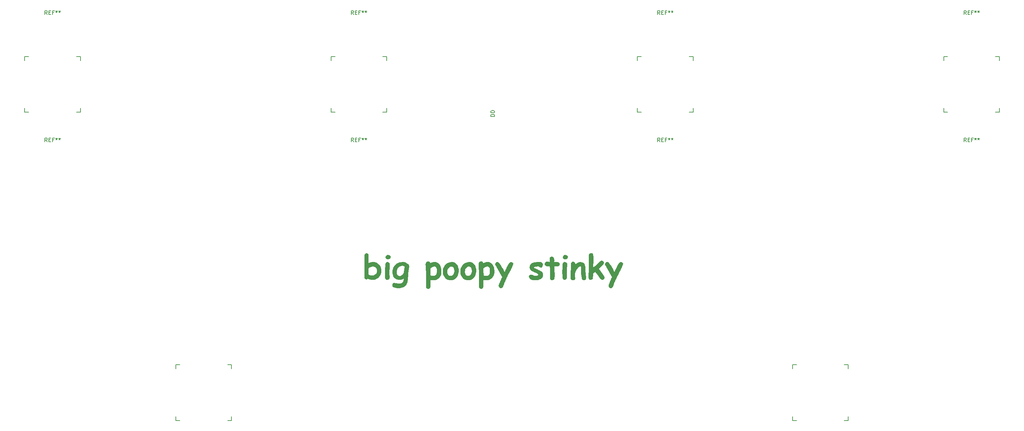
<source format=gbr>
%TF.GenerationSoftware,KiCad,Pcbnew,8.0.8*%
%TF.CreationDate,2025-02-26T23:57:33-05:00*%
%TF.ProjectId,keyboard,6b657962-6f61-4726-942e-6b696361645f,rev?*%
%TF.SameCoordinates,Original*%
%TF.FileFunction,Legend,Top*%
%TF.FilePolarity,Positive*%
%FSLAX46Y46*%
G04 Gerber Fmt 4.6, Leading zero omitted, Abs format (unit mm)*
G04 Created by KiCad (PCBNEW 8.0.8) date 2025-02-26 23:57:33*
%MOMM*%
%LPD*%
G01*
G04 APERTURE LIST*
%ADD10C,0.300000*%
%ADD11C,0.150000*%
G04 APERTURE END LIST*
D10*
G36*
X169283572Y-162500853D02*
G01*
X169423571Y-162759157D01*
X169439078Y-162936454D01*
X169424424Y-163124033D01*
X169409769Y-163310146D01*
X169409769Y-165002749D01*
X169690059Y-164863430D01*
X169976968Y-164755994D01*
X169994487Y-164750690D01*
X170287236Y-164684370D01*
X170535240Y-164665694D01*
X170828861Y-164682509D01*
X171157215Y-164747081D01*
X171459397Y-164860082D01*
X171735407Y-165021511D01*
X171985244Y-165231369D01*
X172100348Y-165354459D01*
X172289598Y-165605893D01*
X172439693Y-165876596D01*
X172550633Y-166166568D01*
X172622418Y-166475808D01*
X172655047Y-166804317D01*
X172657222Y-166918101D01*
X172634450Y-167258666D01*
X172566135Y-167579137D01*
X172452276Y-167879516D01*
X172292873Y-168159801D01*
X172087926Y-168419995D01*
X172009490Y-168502260D01*
X171751220Y-168728364D01*
X171471003Y-168907688D01*
X171168839Y-169040232D01*
X170844726Y-169125996D01*
X170498667Y-169164979D01*
X170378436Y-169167578D01*
X170058291Y-169148103D01*
X169747420Y-169089680D01*
X169445822Y-168992307D01*
X169282274Y-168921381D01*
X169016569Y-169064263D01*
X168911514Y-169073789D01*
X168623865Y-168996569D01*
X168529030Y-168924312D01*
X168380652Y-168658057D01*
X168370760Y-168550621D01*
X168382484Y-168245806D01*
X168395660Y-167947322D01*
X168395673Y-167940990D01*
X168395673Y-166861849D01*
X169407580Y-166861849D01*
X169407992Y-167199888D01*
X169408808Y-167528579D01*
X169409769Y-167822288D01*
X169714497Y-167928548D01*
X170023445Y-168005828D01*
X170327254Y-168041248D01*
X170378436Y-168042107D01*
X170687241Y-168011052D01*
X170984942Y-167905154D01*
X171238660Y-167724103D01*
X171431392Y-167485073D01*
X171544122Y-167207254D01*
X171577180Y-166921032D01*
X171544625Y-166607463D01*
X171434853Y-166310811D01*
X171301674Y-166119427D01*
X171058569Y-165919392D01*
X170762295Y-165811681D01*
X170535240Y-165791165D01*
X170240775Y-165835243D01*
X170039916Y-165904005D01*
X169762051Y-166032891D01*
X169496231Y-166184182D01*
X169409769Y-166238129D01*
X169407880Y-166545217D01*
X169407580Y-166861849D01*
X168395673Y-166861849D01*
X168395673Y-163239804D01*
X168432896Y-162941921D01*
X168527564Y-162709309D01*
X168727965Y-162488391D01*
X168997976Y-162414752D01*
X169283572Y-162500853D01*
G37*
G36*
X174342498Y-164009169D02*
G01*
X174054055Y-163951823D01*
X173885275Y-163846503D01*
X173714693Y-163600156D01*
X173691835Y-163446434D01*
X173783266Y-163156651D01*
X173885275Y-163047829D01*
X174154553Y-162906779D01*
X174342498Y-162883698D01*
X174630424Y-162941561D01*
X174798255Y-163047829D01*
X174967545Y-163292884D01*
X174990230Y-163446434D01*
X174899492Y-163736909D01*
X174798255Y-163846503D01*
X174530237Y-163986294D01*
X174342498Y-164009169D01*
G37*
G36*
X174692742Y-167083698D02*
G01*
X174696406Y-167393642D01*
X174703175Y-167690887D01*
X174707397Y-167848667D01*
X174715125Y-168149286D01*
X174720892Y-168455794D01*
X174722051Y-168612170D01*
X174645859Y-168904471D01*
X174560851Y-169010774D01*
X174299656Y-169152265D01*
X174153454Y-169167578D01*
X173865633Y-169100048D01*
X173744591Y-169010774D01*
X173600456Y-168754995D01*
X173584856Y-168612170D01*
X173581193Y-168302592D01*
X173574424Y-168006024D01*
X173570202Y-167848667D01*
X173562474Y-167547275D01*
X173556707Y-167240190D01*
X173555547Y-167083698D01*
X173561318Y-166778356D01*
X173574942Y-166483920D01*
X173594056Y-166187847D01*
X173596580Y-166153133D01*
X173616415Y-165853080D01*
X173630841Y-165554494D01*
X173637573Y-165244549D01*
X173637613Y-165221102D01*
X173713113Y-164928801D01*
X173797348Y-164822498D01*
X174059865Y-164681007D01*
X174206210Y-164665694D01*
X174493400Y-164733224D01*
X174613607Y-164822498D01*
X174759065Y-165078277D01*
X174774808Y-165221102D01*
X174769037Y-165526650D01*
X174755413Y-165821573D01*
X174736299Y-166118328D01*
X174733775Y-166153133D01*
X174713940Y-166452477D01*
X174699514Y-166750548D01*
X174692782Y-167060252D01*
X174692742Y-167083698D01*
G37*
G36*
X178313084Y-164681415D02*
G01*
X178611535Y-164738623D01*
X178683182Y-164760949D01*
X178951529Y-164889867D01*
X179137473Y-165049644D01*
X179435332Y-165151496D01*
X179619258Y-165396113D01*
X179660642Y-165670997D01*
X179641644Y-165976704D01*
X179599088Y-166287576D01*
X179574180Y-166434501D01*
X179523540Y-166740772D01*
X179479698Y-167052340D01*
X179442653Y-167369202D01*
X179412407Y-167691359D01*
X179388958Y-168018811D01*
X179372307Y-168351559D01*
X179367550Y-168486140D01*
X179351613Y-168808472D01*
X179324319Y-169107952D01*
X179274230Y-169450167D01*
X179206396Y-169756675D01*
X179101570Y-170077352D01*
X178971190Y-170346613D01*
X178922051Y-170424940D01*
X178733202Y-170657138D01*
X178503709Y-170849980D01*
X178233573Y-171003467D01*
X177922793Y-171117598D01*
X177571369Y-171192373D01*
X177260967Y-171223858D01*
X177011095Y-171230942D01*
X176635343Y-171219538D01*
X176309691Y-171185329D01*
X175973079Y-171110496D01*
X175672477Y-170973659D01*
X175464248Y-170749161D01*
X175407885Y-170501144D01*
X175469735Y-170201693D01*
X175551500Y-170079092D01*
X175806233Y-169930643D01*
X175931053Y-169917892D01*
X176226091Y-169954528D01*
X176463014Y-170011681D01*
X176750765Y-170075795D01*
X177043215Y-170105104D01*
X177077041Y-170105471D01*
X177396336Y-170080432D01*
X177691831Y-169993878D01*
X177944809Y-169827263D01*
X177982693Y-169788932D01*
X178147939Y-169525439D01*
X178242697Y-169234119D01*
X178296370Y-168917947D01*
X178312421Y-168739665D01*
X178074460Y-168936801D01*
X177839078Y-169060600D01*
X177544748Y-169144072D01*
X177261688Y-169167578D01*
X176964761Y-169148516D01*
X176645695Y-169078091D01*
X176356082Y-168955774D01*
X176095920Y-168781565D01*
X175928122Y-168625359D01*
X175728268Y-168373622D01*
X175577500Y-168092854D01*
X175475820Y-167783055D01*
X175423227Y-167444223D01*
X175415212Y-167237571D01*
X175416841Y-167203866D01*
X176545080Y-167203866D01*
X176563112Y-167498760D01*
X176632355Y-167787272D01*
X176729727Y-167973230D01*
X176962002Y-168165572D01*
X177263609Y-168229435D01*
X177286601Y-168229685D01*
X177583368Y-168151707D01*
X177838632Y-167960740D01*
X177966573Y-167822288D01*
X178140253Y-167581490D01*
X178277639Y-167295176D01*
X178332937Y-167058785D01*
X178384686Y-166756477D01*
X178429383Y-166449922D01*
X178470896Y-166134503D01*
X178508266Y-165829092D01*
X178514654Y-165775045D01*
X178246205Y-165650248D01*
X178237683Y-165647550D01*
X177975366Y-165603586D01*
X177646004Y-165633353D01*
X177355478Y-165722655D01*
X177075054Y-165894281D01*
X176890928Y-166079860D01*
X176723745Y-166344145D01*
X176611277Y-166649001D01*
X176557238Y-166954045D01*
X176545080Y-167203866D01*
X175416841Y-167203866D01*
X175431921Y-166891944D01*
X175482045Y-166567640D01*
X175565586Y-166264659D01*
X175682544Y-165983002D01*
X175832918Y-165722669D01*
X176016708Y-165483659D01*
X176099581Y-165394026D01*
X176333396Y-165184204D01*
X176591539Y-165009945D01*
X176874012Y-164871249D01*
X177180813Y-164768116D01*
X177511944Y-164700546D01*
X177867403Y-164668539D01*
X178016399Y-164665694D01*
X178313084Y-164681415D01*
G37*
G36*
X184678042Y-164539437D02*
G01*
X184772156Y-164596817D01*
X184923447Y-164855493D01*
X184928960Y-164933872D01*
X184924563Y-164974905D01*
X185200802Y-164838251D01*
X185478506Y-164741898D01*
X185775172Y-164682438D01*
X186038311Y-164665694D01*
X186375887Y-164694494D01*
X186677502Y-164780893D01*
X186943156Y-164924891D01*
X187172849Y-165126489D01*
X187366582Y-165385686D01*
X187423168Y-165484884D01*
X187549933Y-165772334D01*
X187645562Y-166094847D01*
X187702749Y-166399192D01*
X187737062Y-166729298D01*
X187748181Y-167024064D01*
X187748499Y-167085163D01*
X187730364Y-167419202D01*
X187675959Y-167731087D01*
X187585284Y-168020818D01*
X187458339Y-168288395D01*
X187295123Y-168533819D01*
X187232658Y-168610704D01*
X187012290Y-168831828D01*
X186765544Y-169007202D01*
X186492419Y-169136826D01*
X186192916Y-169220701D01*
X185867035Y-169258826D01*
X185752547Y-169261367D01*
X185458355Y-169247823D01*
X185152070Y-169207191D01*
X185006629Y-169179302D01*
X185002233Y-170864577D01*
X184926040Y-171155556D01*
X184841032Y-171261716D01*
X184579837Y-171403207D01*
X184433635Y-171418520D01*
X184145815Y-171350990D01*
X184024773Y-171261716D01*
X183877673Y-170993158D01*
X183865038Y-170864577D01*
X183866274Y-170557312D01*
X183868138Y-170228278D01*
X183869984Y-169925677D01*
X183872259Y-169566762D01*
X183873831Y-169324382D01*
X183875727Y-169021001D01*
X183876963Y-168680557D01*
X183877066Y-168365873D01*
X183875754Y-168031299D01*
X183872899Y-167731788D01*
X183872365Y-167691863D01*
X183866784Y-167365947D01*
X183858833Y-167057549D01*
X183846561Y-166719890D01*
X183831063Y-166406073D01*
X183823388Y-166285024D01*
X184969993Y-166285024D01*
X184986925Y-166608810D01*
X185000355Y-166932802D01*
X185010281Y-167257000D01*
X185016704Y-167581404D01*
X185019623Y-167906014D01*
X185019818Y-168014263D01*
X185317489Y-168093016D01*
X185615160Y-168131620D01*
X185752547Y-168135896D01*
X186043257Y-168092826D01*
X186311573Y-167933703D01*
X186403210Y-167829616D01*
X186544460Y-167551522D01*
X186602575Y-167254218D01*
X186609839Y-167085163D01*
X186604973Y-166765682D01*
X186586289Y-166472225D01*
X186560013Y-166302609D01*
X186444639Y-166011426D01*
X186200125Y-165815638D01*
X186036845Y-165791165D01*
X185742254Y-165830578D01*
X185509281Y-165915729D01*
X185241102Y-166069602D01*
X185004042Y-166254730D01*
X184969993Y-166285024D01*
X183823388Y-166285024D01*
X183815212Y-166156064D01*
X183794295Y-165856389D01*
X183773138Y-165562290D01*
X183753663Y-165341270D01*
X183787151Y-165041681D01*
X183906071Y-164755087D01*
X184114166Y-164547358D01*
X184383810Y-164478115D01*
X184678042Y-164539437D01*
G37*
G36*
X190634957Y-164689290D02*
G01*
X190951499Y-164776465D01*
X191235783Y-164927873D01*
X191487810Y-165143516D01*
X191648080Y-165336873D01*
X191818242Y-165614836D01*
X191946610Y-165920429D01*
X192023375Y-166204355D01*
X192069434Y-166508581D01*
X192084787Y-166833105D01*
X192072300Y-167130211D01*
X192024352Y-167468319D01*
X191940443Y-167786335D01*
X191820574Y-168084257D01*
X191664743Y-168362088D01*
X191573342Y-168493468D01*
X191344714Y-168754434D01*
X191088574Y-168961407D01*
X190804922Y-169114386D01*
X190493758Y-169213374D01*
X190155083Y-169258368D01*
X190036078Y-169261367D01*
X189712924Y-169235912D01*
X189410247Y-169159547D01*
X189128047Y-169032271D01*
X188866322Y-168854085D01*
X188725959Y-168729406D01*
X188520738Y-168496983D01*
X188355702Y-168237150D01*
X188230852Y-167949909D01*
X188146188Y-167635259D01*
X188101709Y-167293201D01*
X188095812Y-167173091D01*
X188095960Y-167167229D01*
X189237404Y-167167229D01*
X189270478Y-167480405D01*
X189382002Y-167759643D01*
X189517306Y-167926336D01*
X189775070Y-168089850D01*
X190037543Y-168135896D01*
X190333468Y-168089334D01*
X190592928Y-167949646D01*
X190660362Y-167892630D01*
X190846315Y-167650967D01*
X190953545Y-167352426D01*
X190981297Y-167121800D01*
X190981962Y-166810894D01*
X190947565Y-166480350D01*
X190854623Y-166168895D01*
X190674954Y-165922999D01*
X190375680Y-165796878D01*
X190285205Y-165791165D01*
X189989194Y-165834356D01*
X189711848Y-165987984D01*
X189503593Y-166224117D01*
X189485066Y-166252784D01*
X189344063Y-166537372D01*
X189266668Y-166823136D01*
X189237645Y-167134660D01*
X189237404Y-167167229D01*
X188095960Y-167167229D01*
X188104399Y-166832836D01*
X188152141Y-166506697D01*
X188239038Y-166194675D01*
X188365090Y-165896769D01*
X188530298Y-165612980D01*
X188594068Y-165521521D01*
X188802023Y-165274969D01*
X189033877Y-165070206D01*
X189289630Y-164907231D01*
X189569284Y-164786045D01*
X189872837Y-164706647D01*
X190200289Y-164669037D01*
X190337962Y-164665694D01*
X190634957Y-164689290D01*
G37*
G36*
X195048914Y-164689290D02*
G01*
X195365456Y-164776465D01*
X195649740Y-164927873D01*
X195901767Y-165143516D01*
X196062037Y-165336873D01*
X196232199Y-165614836D01*
X196360567Y-165920429D01*
X196437332Y-166204355D01*
X196483390Y-166508581D01*
X196498743Y-166833105D01*
X196486257Y-167130211D01*
X196438309Y-167468319D01*
X196354400Y-167786335D01*
X196234530Y-168084257D01*
X196078700Y-168362088D01*
X195987299Y-168493468D01*
X195758670Y-168754434D01*
X195502530Y-168961407D01*
X195218878Y-169114386D01*
X194907715Y-169213374D01*
X194569040Y-169258368D01*
X194450034Y-169261367D01*
X194126881Y-169235912D01*
X193824204Y-169159547D01*
X193542003Y-169032271D01*
X193280279Y-168854085D01*
X193139916Y-168729406D01*
X192934695Y-168496983D01*
X192769659Y-168237150D01*
X192644809Y-167949909D01*
X192560144Y-167635259D01*
X192515665Y-167293201D01*
X192509769Y-167173091D01*
X192509917Y-167167229D01*
X193651360Y-167167229D01*
X193684435Y-167480405D01*
X193795958Y-167759643D01*
X193931263Y-167926336D01*
X194189027Y-168089850D01*
X194451500Y-168135896D01*
X194747425Y-168089334D01*
X195006885Y-167949646D01*
X195074319Y-167892630D01*
X195260272Y-167650967D01*
X195367502Y-167352426D01*
X195395254Y-167121800D01*
X195395918Y-166810894D01*
X195361522Y-166480350D01*
X195268579Y-166168895D01*
X195088911Y-165922999D01*
X194789637Y-165796878D01*
X194699162Y-165791165D01*
X194403151Y-165834356D01*
X194125805Y-165987984D01*
X193917550Y-166224117D01*
X193899023Y-166252784D01*
X193758020Y-166537372D01*
X193680625Y-166823136D01*
X193651602Y-167134660D01*
X193651360Y-167167229D01*
X192509917Y-167167229D01*
X192518356Y-166832836D01*
X192566098Y-166506697D01*
X192652995Y-166194675D01*
X192779047Y-165896769D01*
X192944254Y-165612980D01*
X193008025Y-165521521D01*
X193215979Y-165274969D01*
X193447833Y-165070206D01*
X193703587Y-164907231D01*
X193983241Y-164786045D01*
X194286793Y-164706647D01*
X194614246Y-164669037D01*
X194751919Y-164665694D01*
X195048914Y-164689290D01*
G37*
G36*
X197996116Y-164539437D02*
G01*
X198090230Y-164596817D01*
X198241521Y-164855493D01*
X198247034Y-164933872D01*
X198242637Y-164974905D01*
X198518876Y-164838251D01*
X198796580Y-164741898D01*
X199093246Y-164682438D01*
X199356385Y-164665694D01*
X199693961Y-164694494D01*
X199995576Y-164780893D01*
X200261230Y-164924891D01*
X200490923Y-165126489D01*
X200684656Y-165385686D01*
X200741242Y-165484884D01*
X200868007Y-165772334D01*
X200963636Y-166094847D01*
X201020823Y-166399192D01*
X201055136Y-166729298D01*
X201066255Y-167024064D01*
X201066573Y-167085163D01*
X201048438Y-167419202D01*
X200994033Y-167731087D01*
X200903358Y-168020818D01*
X200776413Y-168288395D01*
X200613197Y-168533819D01*
X200550732Y-168610704D01*
X200330364Y-168831828D01*
X200083618Y-169007202D01*
X199810493Y-169136826D01*
X199510990Y-169220701D01*
X199185109Y-169258826D01*
X199070621Y-169261367D01*
X198776429Y-169247823D01*
X198470144Y-169207191D01*
X198324703Y-169179302D01*
X198320307Y-170864577D01*
X198244114Y-171155556D01*
X198159106Y-171261716D01*
X197897911Y-171403207D01*
X197751709Y-171418520D01*
X197463889Y-171350990D01*
X197342847Y-171261716D01*
X197195747Y-170993158D01*
X197183112Y-170864577D01*
X197184348Y-170557312D01*
X197186212Y-170228278D01*
X197188058Y-169925677D01*
X197190333Y-169566762D01*
X197191905Y-169324382D01*
X197193801Y-169021001D01*
X197195037Y-168680557D01*
X197195140Y-168365873D01*
X197193828Y-168031299D01*
X197190973Y-167731788D01*
X197190439Y-167691863D01*
X197184858Y-167365947D01*
X197176907Y-167057549D01*
X197164635Y-166719890D01*
X197149137Y-166406073D01*
X197141462Y-166285024D01*
X198288066Y-166285024D01*
X198304999Y-166608810D01*
X198318429Y-166932802D01*
X198328355Y-167257000D01*
X198334778Y-167581404D01*
X198337697Y-167906014D01*
X198337892Y-168014263D01*
X198635563Y-168093016D01*
X198933234Y-168131620D01*
X199070621Y-168135896D01*
X199361331Y-168092826D01*
X199629647Y-167933703D01*
X199721284Y-167829616D01*
X199862534Y-167551522D01*
X199920649Y-167254218D01*
X199927913Y-167085163D01*
X199923047Y-166765682D01*
X199904363Y-166472225D01*
X199878087Y-166302609D01*
X199762713Y-166011426D01*
X199518199Y-165815638D01*
X199354919Y-165791165D01*
X199060328Y-165830578D01*
X198827355Y-165915729D01*
X198559176Y-166069602D01*
X198322115Y-166254730D01*
X198288066Y-166285024D01*
X197141462Y-166285024D01*
X197133286Y-166156064D01*
X197112369Y-165856389D01*
X197091212Y-165562290D01*
X197071737Y-165341270D01*
X197105225Y-165041681D01*
X197224145Y-164755087D01*
X197432240Y-164547358D01*
X197701884Y-164478115D01*
X197996116Y-164539437D01*
G37*
G36*
X205753105Y-165457041D02*
G01*
X205600162Y-165770289D01*
X205459364Y-166057828D01*
X205302171Y-166378202D01*
X205128583Y-166731412D01*
X204987633Y-167017867D01*
X204837460Y-167322792D01*
X204678066Y-167646187D01*
X204509450Y-167988052D01*
X204331612Y-168348387D01*
X204172901Y-168670230D01*
X204026499Y-168974470D01*
X203892404Y-169261107D01*
X203770616Y-169530141D01*
X203640717Y-169829747D01*
X203528541Y-170104005D01*
X203425587Y-170392710D01*
X203322255Y-170672780D01*
X203255966Y-170849923D01*
X203097493Y-171096618D01*
X202819672Y-171224988D01*
X202728401Y-171230942D01*
X202433015Y-171159598D01*
X202316608Y-171080000D01*
X202153314Y-170825003D01*
X202139288Y-170703377D01*
X202208376Y-170373508D01*
X202306464Y-170088967D01*
X202415641Y-169809248D01*
X202552112Y-169483229D01*
X202672376Y-169208332D01*
X202807994Y-168907391D01*
X202958965Y-168580406D01*
X203012700Y-168465624D01*
X202858205Y-168170071D01*
X202715906Y-167904365D01*
X202556984Y-167612648D01*
X202381439Y-167294918D01*
X202189269Y-166951177D01*
X202034233Y-166676301D01*
X201869845Y-166386793D01*
X201696107Y-166082653D01*
X201575087Y-165871765D01*
X201411219Y-165617852D01*
X201372854Y-165558157D01*
X201265394Y-165277007D01*
X201261479Y-165218171D01*
X201353083Y-164930193D01*
X201438799Y-164832756D01*
X201694252Y-164685435D01*
X201846196Y-164665694D01*
X202139975Y-164743546D01*
X202271179Y-164864996D01*
X202458661Y-165123469D01*
X202655661Y-165419866D01*
X202820113Y-165684290D01*
X202990655Y-165972985D01*
X203167289Y-166285951D01*
X203350013Y-166623190D01*
X203491053Y-166892047D01*
X203635519Y-167174556D01*
X203764885Y-166893586D01*
X203897737Y-166605349D01*
X204021868Y-166336532D01*
X204149773Y-166060886D01*
X204170411Y-166016845D01*
X204316133Y-165724761D01*
X204460205Y-165450812D01*
X204620317Y-165164297D01*
X204743405Y-164957320D01*
X204953698Y-164738600D01*
X205229937Y-164665694D01*
X205523435Y-164738423D01*
X205641730Y-164819567D01*
X205805701Y-165064390D01*
X205823447Y-165197655D01*
X205753105Y-165457041D01*
G37*
G36*
X212841521Y-166072533D02*
G01*
X212546317Y-166022885D01*
X212350593Y-165813147D01*
X212055509Y-165791508D01*
X212012072Y-165791165D01*
X211674908Y-165799769D01*
X211369717Y-165831555D01*
X211081965Y-165928826D01*
X211019958Y-166035896D01*
X211253515Y-166252051D01*
X211545461Y-166387606D01*
X211617864Y-166416915D01*
X211904916Y-166533917D01*
X212193057Y-166657787D01*
X212460709Y-166782694D01*
X212721353Y-166925429D01*
X212982937Y-167125006D01*
X213187884Y-167376462D01*
X213298240Y-167656434D01*
X213319260Y-167858925D01*
X213287704Y-168160099D01*
X213174360Y-168463082D01*
X212978584Y-168722102D01*
X212739660Y-168912680D01*
X212659804Y-168960949D01*
X212378620Y-169092382D01*
X212067027Y-169186263D01*
X211769439Y-169237604D01*
X211448569Y-169260194D01*
X211352616Y-169261367D01*
X211051856Y-169246414D01*
X210735351Y-169194722D01*
X210437451Y-169106108D01*
X210351709Y-169072323D01*
X210081149Y-168928800D01*
X209851656Y-168706377D01*
X209738722Y-168406503D01*
X209733286Y-168314682D01*
X209814309Y-168016751D01*
X210082785Y-167865763D01*
X210224214Y-167854528D01*
X210526923Y-167909483D01*
X210772295Y-167995212D01*
X211054757Y-168091383D01*
X211324773Y-168135896D01*
X211651032Y-168121380D01*
X211953454Y-168060059D01*
X212164857Y-167851210D01*
X212165945Y-167832547D01*
X211960843Y-167597208D01*
X211688130Y-167464630D01*
X211584159Y-167423684D01*
X211287404Y-167309121D01*
X210995365Y-167191482D01*
X210705617Y-167065580D01*
X210496789Y-166959134D01*
X210242258Y-166767892D01*
X210042837Y-166514208D01*
X209935456Y-166219719D01*
X209915003Y-166000725D01*
X209945863Y-165697874D01*
X210059876Y-165394425D01*
X210257897Y-165144692D01*
X210539927Y-164948674D01*
X210792812Y-164841549D01*
X211084163Y-164764612D01*
X211393943Y-164715325D01*
X211700212Y-164686474D01*
X212044090Y-164669987D01*
X212359385Y-164665694D01*
X212658656Y-164683833D01*
X212943450Y-164762294D01*
X212969016Y-164775603D01*
X213181699Y-165001205D01*
X213241324Y-165291961D01*
X213241591Y-165316357D01*
X213222447Y-165611000D01*
X213128680Y-165906381D01*
X212866134Y-166071794D01*
X212841521Y-166072533D01*
G37*
G36*
X216936008Y-165770648D02*
G01*
X216730844Y-165764787D01*
X216527145Y-165758925D01*
X216230727Y-165778603D01*
X216135868Y-165791165D01*
X216148963Y-166085460D01*
X216164419Y-166447119D01*
X216177585Y-166773652D01*
X216190823Y-167132424D01*
X216200483Y-167436314D01*
X216207996Y-167769555D01*
X216209141Y-167911681D01*
X216213538Y-168106587D01*
X216217934Y-168338129D01*
X216196914Y-168651886D01*
X216119256Y-168935890D01*
X215935330Y-169171207D01*
X215620027Y-169261367D01*
X215326059Y-169190204D01*
X215228750Y-169123614D01*
X215061408Y-168877209D01*
X215047034Y-168760181D01*
X215053628Y-168459579D01*
X215058757Y-168323475D01*
X215069770Y-168028832D01*
X215071946Y-167886769D01*
X215067367Y-167572245D01*
X215057922Y-167244749D01*
X215046115Y-166911859D01*
X215034094Y-166606288D01*
X215019782Y-166265821D01*
X215003182Y-165890458D01*
X214998674Y-165791165D01*
X214700931Y-165768818D01*
X214380202Y-165736567D01*
X214224912Y-165719357D01*
X213930391Y-165626242D01*
X213739938Y-165380013D01*
X213707606Y-165155157D01*
X213775136Y-164867426D01*
X213864410Y-164741898D01*
X214122960Y-164588505D01*
X214268876Y-164571905D01*
X214565528Y-164601580D01*
X214870077Y-164648933D01*
X214969364Y-164665694D01*
X214956175Y-164364542D01*
X214948848Y-164220195D01*
X214934633Y-163920593D01*
X214932728Y-163805471D01*
X215012384Y-163519151D01*
X215101256Y-163414193D01*
X215367551Y-163274025D01*
X215510118Y-163258855D01*
X215804812Y-163342549D01*
X216003061Y-163593632D01*
X216090577Y-163904644D01*
X216119153Y-164251820D01*
X216119748Y-164316915D01*
X216110956Y-164665694D01*
X216405238Y-164665694D01*
X216527145Y-164665694D01*
X216840799Y-164674349D01*
X217139801Y-164716244D01*
X217174877Y-164727243D01*
X217422173Y-164909326D01*
X217504283Y-165203140D01*
X217504605Y-165226964D01*
X217428413Y-165510639D01*
X217343405Y-165615310D01*
X217082210Y-165755479D01*
X216936008Y-165770648D01*
G37*
G36*
X218921702Y-164009169D02*
G01*
X218633259Y-163951823D01*
X218464480Y-163846503D01*
X218293897Y-163600156D01*
X218271039Y-163446434D01*
X218362470Y-163156651D01*
X218464480Y-163047829D01*
X218733757Y-162906779D01*
X218921702Y-162883698D01*
X219209629Y-162941561D01*
X219377459Y-163047829D01*
X219546750Y-163292884D01*
X219569434Y-163446434D01*
X219478696Y-163736909D01*
X219377459Y-163846503D01*
X219109441Y-163986294D01*
X218921702Y-164009169D01*
G37*
G36*
X219271946Y-167083698D02*
G01*
X219275610Y-167393642D01*
X219282379Y-167690887D01*
X219286601Y-167848667D01*
X219294329Y-168149286D01*
X219300096Y-168455794D01*
X219301256Y-168612170D01*
X219225063Y-168904471D01*
X219140055Y-169010774D01*
X218878860Y-169152265D01*
X218732658Y-169167578D01*
X218444838Y-169100048D01*
X218323796Y-169010774D01*
X218179660Y-168754995D01*
X218164061Y-168612170D01*
X218160397Y-168302592D01*
X218153628Y-168006024D01*
X218149406Y-167848667D01*
X218141678Y-167547275D01*
X218135911Y-167240190D01*
X218134752Y-167083698D01*
X218140522Y-166778356D01*
X218154146Y-166483920D01*
X218173260Y-166187847D01*
X218175785Y-166153133D01*
X218195620Y-165853080D01*
X218210045Y-165554494D01*
X218216777Y-165244549D01*
X218216817Y-165221102D01*
X218292317Y-164928801D01*
X218376552Y-164822498D01*
X218639069Y-164681007D01*
X218785415Y-164665694D01*
X219072604Y-164733224D01*
X219192812Y-164822498D01*
X219338270Y-165078277D01*
X219354012Y-165221102D01*
X219348242Y-165526650D01*
X219334618Y-165821573D01*
X219315504Y-166118328D01*
X219312979Y-166153133D01*
X219293144Y-166452477D01*
X219278718Y-166750548D01*
X219271987Y-167060252D01*
X219271946Y-167083698D01*
G37*
G36*
X223580390Y-169261367D02*
G01*
X223284956Y-169204916D01*
X223072884Y-168992639D01*
X223016189Y-168783628D01*
X222973119Y-168477462D01*
X222929636Y-168170060D01*
X222900418Y-167964438D01*
X222865376Y-167672105D01*
X222843738Y-167366626D01*
X222838869Y-167146713D01*
X222850905Y-166840426D01*
X222853524Y-166795003D01*
X222867477Y-166495185D01*
X222868178Y-166443293D01*
X222875505Y-166302609D01*
X222884298Y-166119427D01*
X222807933Y-165829954D01*
X222706978Y-165791165D01*
X222401009Y-165862997D01*
X222145891Y-166035988D01*
X221962526Y-166226406D01*
X221770498Y-166489660D01*
X221620632Y-166754610D01*
X221490367Y-167048686D01*
X221392463Y-167329895D01*
X221362810Y-167631710D01*
X221355826Y-167686001D01*
X221331522Y-167987431D01*
X221330914Y-168042107D01*
X221352578Y-168343164D01*
X221357292Y-168385024D01*
X221382743Y-168680090D01*
X221383670Y-168726475D01*
X221299637Y-169017679D01*
X221221004Y-169108960D01*
X220957165Y-169246484D01*
X220810676Y-169261367D01*
X220522856Y-169195100D01*
X220401814Y-169107494D01*
X220254714Y-168844664D01*
X220242079Y-168719148D01*
X220221618Y-168415684D01*
X220217166Y-168373300D01*
X220193129Y-168073025D01*
X220192254Y-168025987D01*
X220199007Y-167718604D01*
X220214579Y-167413014D01*
X220236011Y-167100505D01*
X220249406Y-166929825D01*
X220272247Y-166636875D01*
X220291481Y-166338311D01*
X220305220Y-166019460D01*
X220308025Y-165832198D01*
X220297592Y-165538920D01*
X220293370Y-165465833D01*
X220279631Y-165168804D01*
X220278715Y-165100935D01*
X220365020Y-164813187D01*
X220445778Y-164722847D01*
X220711506Y-164586645D01*
X220856106Y-164571905D01*
X221144846Y-164635732D01*
X221348740Y-164853384D01*
X221426947Y-165146352D01*
X221433496Y-165225498D01*
X221437892Y-165270928D01*
X221666022Y-165065243D01*
X221937905Y-164879062D01*
X222215958Y-164750805D01*
X222541290Y-164675151D01*
X222706978Y-164665694D01*
X223024922Y-164696128D01*
X223331615Y-164805442D01*
X223577857Y-164994257D01*
X223763650Y-165262573D01*
X223782623Y-165301702D01*
X223886951Y-165609448D01*
X223942593Y-165914996D01*
X223970993Y-166225627D01*
X223980267Y-166524031D01*
X223980460Y-166576650D01*
X223980460Y-166862414D01*
X223976064Y-167124731D01*
X223992894Y-167433919D01*
X224029730Y-167725654D01*
X224063991Y-167933663D01*
X224111132Y-168225066D01*
X224144654Y-168526767D01*
X224153384Y-168738199D01*
X224067837Y-169022491D01*
X223987787Y-169111891D01*
X223724703Y-169246770D01*
X223580390Y-169261367D01*
G37*
G36*
X228195115Y-169167578D02*
G01*
X227908984Y-169095771D01*
X227701256Y-168880348D01*
X227538324Y-168606324D01*
X227369467Y-168358165D01*
X227192513Y-168119479D01*
X227094556Y-167993747D01*
X226913356Y-167763288D01*
X226707882Y-167501834D01*
X226526338Y-167270574D01*
X226430704Y-167148178D01*
X226181907Y-167326725D01*
X225928154Y-167494016D01*
X225887020Y-167518939D01*
X225867185Y-167837422D01*
X225853841Y-168148255D01*
X225846989Y-168451437D01*
X225845987Y-168616566D01*
X225769795Y-168905530D01*
X225684787Y-169010774D01*
X225422962Y-169152265D01*
X225277390Y-169167578D01*
X224970588Y-169099886D01*
X224764349Y-168869058D01*
X224697876Y-168558354D01*
X224695603Y-168474417D01*
X224703343Y-168156634D01*
X224719829Y-167839443D01*
X224739613Y-167540146D01*
X224742498Y-167499888D01*
X224763655Y-167195531D01*
X224780232Y-166901519D01*
X224790433Y-166589205D01*
X224790858Y-166525359D01*
X224791957Y-166215781D01*
X224795254Y-165884954D01*
X224799943Y-165578050D01*
X224806314Y-165254876D01*
X224808443Y-165159553D01*
X224815866Y-164831511D01*
X224821466Y-164520579D01*
X224825243Y-164226758D01*
X224827327Y-163911914D01*
X224827494Y-163799609D01*
X224816778Y-163498183D01*
X224808443Y-163381953D01*
X224792575Y-163079955D01*
X224790858Y-162962833D01*
X224866358Y-162674561D01*
X224950593Y-162570090D01*
X225213110Y-162429922D01*
X225359455Y-162414752D01*
X225646645Y-162478495D01*
X225766852Y-162562763D01*
X225915301Y-162817167D01*
X225928053Y-162939385D01*
X225939593Y-163236415D01*
X225948569Y-163351179D01*
X225967082Y-163646503D01*
X225969085Y-163761507D01*
X225966796Y-164074977D01*
X225960819Y-164390383D01*
X225952393Y-164697213D01*
X225945638Y-164901632D01*
X225935013Y-165213958D01*
X225928053Y-165509064D01*
X225924601Y-165820477D01*
X225925122Y-166047620D01*
X226156103Y-165860070D01*
X226379914Y-165665761D01*
X226632205Y-165436891D01*
X226854542Y-165228910D01*
X227095106Y-164998811D01*
X227353896Y-164746592D01*
X227630914Y-164472254D01*
X227890875Y-164312009D01*
X228044173Y-164290537D01*
X228335592Y-164371578D01*
X228451570Y-164461995D01*
X228611574Y-164722057D01*
X228628890Y-164857669D01*
X228538215Y-165139036D01*
X228467690Y-165229895D01*
X228245996Y-165472776D01*
X228041909Y-165684866D01*
X227824838Y-165900563D01*
X227594784Y-166119867D01*
X227351747Y-166342776D01*
X227309979Y-166380279D01*
X228167271Y-167498422D01*
X228346274Y-167746742D01*
X228521030Y-168008738D01*
X228669694Y-168264782D01*
X228778916Y-168537867D01*
X228788625Y-168616566D01*
X228702735Y-168899674D01*
X228606908Y-169006378D01*
X228348239Y-169148530D01*
X228195115Y-169167578D01*
G37*
G36*
X233362316Y-165457041D02*
G01*
X233209374Y-165770289D01*
X233068575Y-166057828D01*
X232911382Y-166378202D01*
X232737794Y-166731412D01*
X232596844Y-167017867D01*
X232446672Y-167322792D01*
X232287278Y-167646187D01*
X232118661Y-167988052D01*
X231940823Y-168348387D01*
X231782113Y-168670230D01*
X231635710Y-168974470D01*
X231501615Y-169261107D01*
X231379828Y-169530141D01*
X231249929Y-169829747D01*
X231137752Y-170104005D01*
X231034798Y-170392710D01*
X230931466Y-170672780D01*
X230865177Y-170849923D01*
X230706705Y-171096618D01*
X230428883Y-171224988D01*
X230337613Y-171230942D01*
X230042226Y-171159598D01*
X229925819Y-171080000D01*
X229762525Y-170825003D01*
X229748499Y-170703377D01*
X229817587Y-170373508D01*
X229915676Y-170088967D01*
X230024852Y-169809248D01*
X230161323Y-169483229D01*
X230281588Y-169208332D01*
X230417206Y-168907391D01*
X230568176Y-168580406D01*
X230621912Y-168465624D01*
X230467416Y-168170071D01*
X230325118Y-167904365D01*
X230166196Y-167612648D01*
X229990650Y-167294918D01*
X229798481Y-166951177D01*
X229643444Y-166676301D01*
X229479057Y-166386793D01*
X229305319Y-166082653D01*
X229184298Y-165871765D01*
X229020430Y-165617852D01*
X228982065Y-165558157D01*
X228874606Y-165277007D01*
X228870690Y-165218171D01*
X228962294Y-164930193D01*
X229048011Y-164832756D01*
X229303464Y-164685435D01*
X229455408Y-164665694D01*
X229749186Y-164743546D01*
X229880390Y-164864996D01*
X230067873Y-165123469D01*
X230264872Y-165419866D01*
X230429324Y-165684290D01*
X230599867Y-165972985D01*
X230776500Y-166285951D01*
X230959224Y-166623190D01*
X231100265Y-166892047D01*
X231244731Y-167174556D01*
X231374096Y-166893586D01*
X231506949Y-166605349D01*
X231631079Y-166336532D01*
X231758985Y-166060886D01*
X231779623Y-166016845D01*
X231925344Y-165724761D01*
X232069417Y-165450812D01*
X232229528Y-165164297D01*
X232352616Y-164957320D01*
X232562909Y-164738600D01*
X232839148Y-164665694D01*
X233132646Y-164738423D01*
X233250942Y-164819567D01*
X233414912Y-165064390D01*
X233432658Y-165197655D01*
X233362316Y-165457041D01*
G37*
D11*
X242666666Y-134454819D02*
X242333333Y-133978628D01*
X242095238Y-134454819D02*
X242095238Y-133454819D01*
X242095238Y-133454819D02*
X242476190Y-133454819D01*
X242476190Y-133454819D02*
X242571428Y-133502438D01*
X242571428Y-133502438D02*
X242619047Y-133550057D01*
X242619047Y-133550057D02*
X242666666Y-133645295D01*
X242666666Y-133645295D02*
X242666666Y-133788152D01*
X242666666Y-133788152D02*
X242619047Y-133883390D01*
X242619047Y-133883390D02*
X242571428Y-133931009D01*
X242571428Y-133931009D02*
X242476190Y-133978628D01*
X242476190Y-133978628D02*
X242095238Y-133978628D01*
X243095238Y-133931009D02*
X243428571Y-133931009D01*
X243571428Y-134454819D02*
X243095238Y-134454819D01*
X243095238Y-134454819D02*
X243095238Y-133454819D01*
X243095238Y-133454819D02*
X243571428Y-133454819D01*
X244333333Y-133931009D02*
X244000000Y-133931009D01*
X244000000Y-134454819D02*
X244000000Y-133454819D01*
X244000000Y-133454819D02*
X244476190Y-133454819D01*
X245000000Y-133454819D02*
X245000000Y-133692914D01*
X244761905Y-133597676D02*
X245000000Y-133692914D01*
X245000000Y-133692914D02*
X245238095Y-133597676D01*
X244857143Y-133883390D02*
X245000000Y-133692914D01*
X245000000Y-133692914D02*
X245142857Y-133883390D01*
X245761905Y-133454819D02*
X245761905Y-133692914D01*
X245523810Y-133597676D02*
X245761905Y-133692914D01*
X245761905Y-133692914D02*
X246000000Y-133597676D01*
X245619048Y-133883390D02*
X245761905Y-133692914D01*
X245761905Y-133692914D02*
X245904762Y-133883390D01*
X165666666Y-134454819D02*
X165333333Y-133978628D01*
X165095238Y-134454819D02*
X165095238Y-133454819D01*
X165095238Y-133454819D02*
X165476190Y-133454819D01*
X165476190Y-133454819D02*
X165571428Y-133502438D01*
X165571428Y-133502438D02*
X165619047Y-133550057D01*
X165619047Y-133550057D02*
X165666666Y-133645295D01*
X165666666Y-133645295D02*
X165666666Y-133788152D01*
X165666666Y-133788152D02*
X165619047Y-133883390D01*
X165619047Y-133883390D02*
X165571428Y-133931009D01*
X165571428Y-133931009D02*
X165476190Y-133978628D01*
X165476190Y-133978628D02*
X165095238Y-133978628D01*
X166095238Y-133931009D02*
X166428571Y-133931009D01*
X166571428Y-134454819D02*
X166095238Y-134454819D01*
X166095238Y-134454819D02*
X166095238Y-133454819D01*
X166095238Y-133454819D02*
X166571428Y-133454819D01*
X167333333Y-133931009D02*
X167000000Y-133931009D01*
X167000000Y-134454819D02*
X167000000Y-133454819D01*
X167000000Y-133454819D02*
X167476190Y-133454819D01*
X168000000Y-133454819D02*
X168000000Y-133692914D01*
X167761905Y-133597676D02*
X168000000Y-133692914D01*
X168000000Y-133692914D02*
X168238095Y-133597676D01*
X167857143Y-133883390D02*
X168000000Y-133692914D01*
X168000000Y-133692914D02*
X168142857Y-133883390D01*
X168761905Y-133454819D02*
X168761905Y-133692914D01*
X168523810Y-133597676D02*
X168761905Y-133692914D01*
X168761905Y-133692914D02*
X169000000Y-133597676D01*
X168619048Y-133883390D02*
X168761905Y-133692914D01*
X168761905Y-133692914D02*
X168904762Y-133883390D01*
X88666666Y-134454819D02*
X88333333Y-133978628D01*
X88095238Y-134454819D02*
X88095238Y-133454819D01*
X88095238Y-133454819D02*
X88476190Y-133454819D01*
X88476190Y-133454819D02*
X88571428Y-133502438D01*
X88571428Y-133502438D02*
X88619047Y-133550057D01*
X88619047Y-133550057D02*
X88666666Y-133645295D01*
X88666666Y-133645295D02*
X88666666Y-133788152D01*
X88666666Y-133788152D02*
X88619047Y-133883390D01*
X88619047Y-133883390D02*
X88571428Y-133931009D01*
X88571428Y-133931009D02*
X88476190Y-133978628D01*
X88476190Y-133978628D02*
X88095238Y-133978628D01*
X89095238Y-133931009D02*
X89428571Y-133931009D01*
X89571428Y-134454819D02*
X89095238Y-134454819D01*
X89095238Y-134454819D02*
X89095238Y-133454819D01*
X89095238Y-133454819D02*
X89571428Y-133454819D01*
X90333333Y-133931009D02*
X90000000Y-133931009D01*
X90000000Y-134454819D02*
X90000000Y-133454819D01*
X90000000Y-133454819D02*
X90476190Y-133454819D01*
X91000000Y-133454819D02*
X91000000Y-133692914D01*
X90761905Y-133597676D02*
X91000000Y-133692914D01*
X91000000Y-133692914D02*
X91238095Y-133597676D01*
X90857143Y-133883390D02*
X91000000Y-133692914D01*
X91000000Y-133692914D02*
X91142857Y-133883390D01*
X91761905Y-133454819D02*
X91761905Y-133692914D01*
X91523810Y-133597676D02*
X91761905Y-133692914D01*
X91761905Y-133692914D02*
X92000000Y-133597676D01*
X91619048Y-133883390D02*
X91761905Y-133692914D01*
X91761905Y-133692914D02*
X91904762Y-133883390D01*
X165666666Y-102454819D02*
X165333333Y-101978628D01*
X165095238Y-102454819D02*
X165095238Y-101454819D01*
X165095238Y-101454819D02*
X165476190Y-101454819D01*
X165476190Y-101454819D02*
X165571428Y-101502438D01*
X165571428Y-101502438D02*
X165619047Y-101550057D01*
X165619047Y-101550057D02*
X165666666Y-101645295D01*
X165666666Y-101645295D02*
X165666666Y-101788152D01*
X165666666Y-101788152D02*
X165619047Y-101883390D01*
X165619047Y-101883390D02*
X165571428Y-101931009D01*
X165571428Y-101931009D02*
X165476190Y-101978628D01*
X165476190Y-101978628D02*
X165095238Y-101978628D01*
X166095238Y-101931009D02*
X166428571Y-101931009D01*
X166571428Y-102454819D02*
X166095238Y-102454819D01*
X166095238Y-102454819D02*
X166095238Y-101454819D01*
X166095238Y-101454819D02*
X166571428Y-101454819D01*
X167333333Y-101931009D02*
X167000000Y-101931009D01*
X167000000Y-102454819D02*
X167000000Y-101454819D01*
X167000000Y-101454819D02*
X167476190Y-101454819D01*
X168000000Y-101454819D02*
X168000000Y-101692914D01*
X167761905Y-101597676D02*
X168000000Y-101692914D01*
X168000000Y-101692914D02*
X168238095Y-101597676D01*
X167857143Y-101883390D02*
X168000000Y-101692914D01*
X168000000Y-101692914D02*
X168142857Y-101883390D01*
X168761905Y-101454819D02*
X168761905Y-101692914D01*
X168523810Y-101597676D02*
X168761905Y-101692914D01*
X168761905Y-101692914D02*
X169000000Y-101597676D01*
X168619048Y-101883390D02*
X168761905Y-101692914D01*
X168761905Y-101692914D02*
X168904762Y-101883390D01*
X242666666Y-102454819D02*
X242333333Y-101978628D01*
X242095238Y-102454819D02*
X242095238Y-101454819D01*
X242095238Y-101454819D02*
X242476190Y-101454819D01*
X242476190Y-101454819D02*
X242571428Y-101502438D01*
X242571428Y-101502438D02*
X242619047Y-101550057D01*
X242619047Y-101550057D02*
X242666666Y-101645295D01*
X242666666Y-101645295D02*
X242666666Y-101788152D01*
X242666666Y-101788152D02*
X242619047Y-101883390D01*
X242619047Y-101883390D02*
X242571428Y-101931009D01*
X242571428Y-101931009D02*
X242476190Y-101978628D01*
X242476190Y-101978628D02*
X242095238Y-101978628D01*
X243095238Y-101931009D02*
X243428571Y-101931009D01*
X243571428Y-102454819D02*
X243095238Y-102454819D01*
X243095238Y-102454819D02*
X243095238Y-101454819D01*
X243095238Y-101454819D02*
X243571428Y-101454819D01*
X244333333Y-101931009D02*
X244000000Y-101931009D01*
X244000000Y-102454819D02*
X244000000Y-101454819D01*
X244000000Y-101454819D02*
X244476190Y-101454819D01*
X245000000Y-101454819D02*
X245000000Y-101692914D01*
X244761905Y-101597676D02*
X245000000Y-101692914D01*
X245000000Y-101692914D02*
X245238095Y-101597676D01*
X244857143Y-101883390D02*
X245000000Y-101692914D01*
X245000000Y-101692914D02*
X245142857Y-101883390D01*
X245761905Y-101454819D02*
X245761905Y-101692914D01*
X245523810Y-101597676D02*
X245761905Y-101692914D01*
X245761905Y-101692914D02*
X246000000Y-101597676D01*
X245619048Y-101883390D02*
X245761905Y-101692914D01*
X245761905Y-101692914D02*
X245904762Y-101883390D01*
X88666666Y-102454819D02*
X88333333Y-101978628D01*
X88095238Y-102454819D02*
X88095238Y-101454819D01*
X88095238Y-101454819D02*
X88476190Y-101454819D01*
X88476190Y-101454819D02*
X88571428Y-101502438D01*
X88571428Y-101502438D02*
X88619047Y-101550057D01*
X88619047Y-101550057D02*
X88666666Y-101645295D01*
X88666666Y-101645295D02*
X88666666Y-101788152D01*
X88666666Y-101788152D02*
X88619047Y-101883390D01*
X88619047Y-101883390D02*
X88571428Y-101931009D01*
X88571428Y-101931009D02*
X88476190Y-101978628D01*
X88476190Y-101978628D02*
X88095238Y-101978628D01*
X89095238Y-101931009D02*
X89428571Y-101931009D01*
X89571428Y-102454819D02*
X89095238Y-102454819D01*
X89095238Y-102454819D02*
X89095238Y-101454819D01*
X89095238Y-101454819D02*
X89571428Y-101454819D01*
X90333333Y-101931009D02*
X90000000Y-101931009D01*
X90000000Y-102454819D02*
X90000000Y-101454819D01*
X90000000Y-101454819D02*
X90476190Y-101454819D01*
X91000000Y-101454819D02*
X91000000Y-101692914D01*
X90761905Y-101597676D02*
X91000000Y-101692914D01*
X91000000Y-101692914D02*
X91238095Y-101597676D01*
X90857143Y-101883390D02*
X91000000Y-101692914D01*
X91000000Y-101692914D02*
X91142857Y-101883390D01*
X91761905Y-101454819D02*
X91761905Y-101692914D01*
X91523810Y-101597676D02*
X91761905Y-101692914D01*
X91761905Y-101692914D02*
X92000000Y-101597676D01*
X91619048Y-101883390D02*
X91761905Y-101692914D01*
X91761905Y-101692914D02*
X91904762Y-101883390D01*
X319666666Y-134454819D02*
X319333333Y-133978628D01*
X319095238Y-134454819D02*
X319095238Y-133454819D01*
X319095238Y-133454819D02*
X319476190Y-133454819D01*
X319476190Y-133454819D02*
X319571428Y-133502438D01*
X319571428Y-133502438D02*
X319619047Y-133550057D01*
X319619047Y-133550057D02*
X319666666Y-133645295D01*
X319666666Y-133645295D02*
X319666666Y-133788152D01*
X319666666Y-133788152D02*
X319619047Y-133883390D01*
X319619047Y-133883390D02*
X319571428Y-133931009D01*
X319571428Y-133931009D02*
X319476190Y-133978628D01*
X319476190Y-133978628D02*
X319095238Y-133978628D01*
X320095238Y-133931009D02*
X320428571Y-133931009D01*
X320571428Y-134454819D02*
X320095238Y-134454819D01*
X320095238Y-134454819D02*
X320095238Y-133454819D01*
X320095238Y-133454819D02*
X320571428Y-133454819D01*
X321333333Y-133931009D02*
X321000000Y-133931009D01*
X321000000Y-134454819D02*
X321000000Y-133454819D01*
X321000000Y-133454819D02*
X321476190Y-133454819D01*
X322000000Y-133454819D02*
X322000000Y-133692914D01*
X321761905Y-133597676D02*
X322000000Y-133692914D01*
X322000000Y-133692914D02*
X322238095Y-133597676D01*
X321857143Y-133883390D02*
X322000000Y-133692914D01*
X322000000Y-133692914D02*
X322142857Y-133883390D01*
X322761905Y-133454819D02*
X322761905Y-133692914D01*
X322523810Y-133597676D02*
X322761905Y-133692914D01*
X322761905Y-133692914D02*
X323000000Y-133597676D01*
X322619048Y-133883390D02*
X322761905Y-133692914D01*
X322761905Y-133692914D02*
X322904762Y-133883390D01*
X319666666Y-102454819D02*
X319333333Y-101978628D01*
X319095238Y-102454819D02*
X319095238Y-101454819D01*
X319095238Y-101454819D02*
X319476190Y-101454819D01*
X319476190Y-101454819D02*
X319571428Y-101502438D01*
X319571428Y-101502438D02*
X319619047Y-101550057D01*
X319619047Y-101550057D02*
X319666666Y-101645295D01*
X319666666Y-101645295D02*
X319666666Y-101788152D01*
X319666666Y-101788152D02*
X319619047Y-101883390D01*
X319619047Y-101883390D02*
X319571428Y-101931009D01*
X319571428Y-101931009D02*
X319476190Y-101978628D01*
X319476190Y-101978628D02*
X319095238Y-101978628D01*
X320095238Y-101931009D02*
X320428571Y-101931009D01*
X320571428Y-102454819D02*
X320095238Y-102454819D01*
X320095238Y-102454819D02*
X320095238Y-101454819D01*
X320095238Y-101454819D02*
X320571428Y-101454819D01*
X321333333Y-101931009D02*
X321000000Y-101931009D01*
X321000000Y-102454819D02*
X321000000Y-101454819D01*
X321000000Y-101454819D02*
X321476190Y-101454819D01*
X322000000Y-101454819D02*
X322000000Y-101692914D01*
X321761905Y-101597676D02*
X322000000Y-101692914D01*
X322000000Y-101692914D02*
X322238095Y-101597676D01*
X321857143Y-101883390D02*
X322000000Y-101692914D01*
X322000000Y-101692914D02*
X322142857Y-101883390D01*
X322761905Y-101454819D02*
X322761905Y-101692914D01*
X322523810Y-101597676D02*
X322761905Y-101692914D01*
X322761905Y-101692914D02*
X323000000Y-101597676D01*
X322619048Y-101883390D02*
X322761905Y-101692914D01*
X322761905Y-101692914D02*
X322904762Y-101883390D01*
X201119819Y-128118094D02*
X200119819Y-128118094D01*
X200119819Y-128118094D02*
X200119819Y-127879999D01*
X200119819Y-127879999D02*
X200167438Y-127737142D01*
X200167438Y-127737142D02*
X200262676Y-127641904D01*
X200262676Y-127641904D02*
X200357914Y-127594285D01*
X200357914Y-127594285D02*
X200548390Y-127546666D01*
X200548390Y-127546666D02*
X200691247Y-127546666D01*
X200691247Y-127546666D02*
X200881723Y-127594285D01*
X200881723Y-127594285D02*
X200976961Y-127641904D01*
X200976961Y-127641904D02*
X201072200Y-127737142D01*
X201072200Y-127737142D02*
X201119819Y-127879999D01*
X201119819Y-127879999D02*
X201119819Y-128118094D01*
X200119819Y-126927618D02*
X200119819Y-126832380D01*
X200119819Y-126832380D02*
X200167438Y-126737142D01*
X200167438Y-126737142D02*
X200215057Y-126689523D01*
X200215057Y-126689523D02*
X200310295Y-126641904D01*
X200310295Y-126641904D02*
X200500771Y-126594285D01*
X200500771Y-126594285D02*
X200738866Y-126594285D01*
X200738866Y-126594285D02*
X200929342Y-126641904D01*
X200929342Y-126641904D02*
X201024580Y-126689523D01*
X201024580Y-126689523D02*
X201072200Y-126737142D01*
X201072200Y-126737142D02*
X201119819Y-126832380D01*
X201119819Y-126832380D02*
X201119819Y-126927618D01*
X201119819Y-126927618D02*
X201072200Y-127022856D01*
X201072200Y-127022856D02*
X201024580Y-127070475D01*
X201024580Y-127070475D02*
X200929342Y-127118094D01*
X200929342Y-127118094D02*
X200738866Y-127165713D01*
X200738866Y-127165713D02*
X200500771Y-127165713D01*
X200500771Y-127165713D02*
X200310295Y-127118094D01*
X200310295Y-127118094D02*
X200215057Y-127070475D01*
X200215057Y-127070475D02*
X200167438Y-127022856D01*
X200167438Y-127022856D02*
X200119819Y-126927618D01*
%TO.C,K4*%
X314000000Y-114000000D02*
X314000000Y-113000000D01*
X314000000Y-127000000D02*
X314000000Y-126000000D01*
X314000000Y-127000000D02*
X315000000Y-127000000D01*
X315000000Y-113000000D02*
X314000000Y-113000000D01*
X327000000Y-127000000D02*
X328000000Y-127000000D01*
X328000000Y-113000000D02*
X327000000Y-113000000D01*
X328000000Y-113000000D02*
X328000000Y-114000000D01*
X328000000Y-126000000D02*
X328000000Y-127000000D01*
%TO.C,K1*%
X83000000Y-114000000D02*
X83000000Y-113000000D01*
X83000000Y-127000000D02*
X83000000Y-126000000D01*
X83000000Y-127000000D02*
X84000000Y-127000000D01*
X84000000Y-113000000D02*
X83000000Y-113000000D01*
X96000000Y-127000000D02*
X97000000Y-127000000D01*
X97000000Y-113000000D02*
X96000000Y-113000000D01*
X97000000Y-113000000D02*
X97000000Y-114000000D01*
X97000000Y-126000000D02*
X97000000Y-127000000D01*
%TO.C,K6*%
X276000000Y-191500000D02*
X276000000Y-190500000D01*
X276000000Y-204500000D02*
X276000000Y-203500000D01*
X276000000Y-204500000D02*
X277000000Y-204500000D01*
X277000000Y-190500000D02*
X276000000Y-190500000D01*
X289000000Y-204500000D02*
X290000000Y-204500000D01*
X290000000Y-190500000D02*
X289000000Y-190500000D01*
X290000000Y-190500000D02*
X290000000Y-191500000D01*
X290000000Y-203500000D02*
X290000000Y-204500000D01*
%TO.C,K5*%
X121000000Y-191500000D02*
X121000000Y-190500000D01*
X121000000Y-204500000D02*
X121000000Y-203500000D01*
X121000000Y-204500000D02*
X122000000Y-204500000D01*
X122000000Y-190500000D02*
X121000000Y-190500000D01*
X134000000Y-204500000D02*
X135000000Y-204500000D01*
X135000000Y-190500000D02*
X134000000Y-190500000D01*
X135000000Y-190500000D02*
X135000000Y-191500000D01*
X135000000Y-203500000D02*
X135000000Y-204500000D01*
%TO.C,K3*%
X237000000Y-114000000D02*
X237000000Y-113000000D01*
X237000000Y-127000000D02*
X237000000Y-126000000D01*
X237000000Y-127000000D02*
X238000000Y-127000000D01*
X238000000Y-113000000D02*
X237000000Y-113000000D01*
X250000000Y-127000000D02*
X251000000Y-127000000D01*
X251000000Y-113000000D02*
X250000000Y-113000000D01*
X251000000Y-113000000D02*
X251000000Y-114000000D01*
X251000000Y-126000000D02*
X251000000Y-127000000D01*
%TO.C,K2*%
X160000000Y-114000000D02*
X160000000Y-113000000D01*
X160000000Y-127000000D02*
X160000000Y-126000000D01*
X160000000Y-127000000D02*
X161000000Y-127000000D01*
X161000000Y-113000000D02*
X160000000Y-113000000D01*
X173000000Y-127000000D02*
X174000000Y-127000000D01*
X174000000Y-113000000D02*
X173000000Y-113000000D01*
X174000000Y-113000000D02*
X174000000Y-114000000D01*
X174000000Y-126000000D02*
X174000000Y-127000000D01*
%TD*%
M02*

</source>
